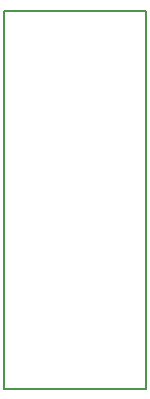
<source format=gbr>
G04 #@! TF.FileFunction,Profile,NP*
%FSLAX46Y46*%
G04 Gerber Fmt 4.6, Leading zero omitted, Abs format (unit mm)*
G04 Created by KiCad (PCBNEW 4.0.5) date 03/19/17 22:24:07*
%MOMM*%
%LPD*%
G01*
G04 APERTURE LIST*
%ADD10C,0.100000*%
%ADD11C,0.150000*%
G04 APERTURE END LIST*
D10*
D11*
X2000000Y-32000000D02*
X14000000Y-32000000D01*
X2000000Y0D02*
X14000000Y0D01*
X14000000Y-32000000D02*
X14000000Y0D01*
X2000000Y0D02*
X2000000Y-32000000D01*
M02*

</source>
